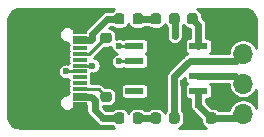
<source format=gbr>
G04 #@! TF.GenerationSoftware,KiCad,Pcbnew,5.1.9*
G04 #@! TF.CreationDate,2021-01-09T08:42:39+01:00*
G04 #@! TF.ProjectId,CH330,43483333-302e-46b6-9963-61645f706362,rev?*
G04 #@! TF.SameCoordinates,Original*
G04 #@! TF.FileFunction,Copper,L1,Top*
G04 #@! TF.FilePolarity,Positive*
%FSLAX46Y46*%
G04 Gerber Fmt 4.6, Leading zero omitted, Abs format (unit mm)*
G04 Created by KiCad (PCBNEW 5.1.9) date 2021-01-09 08:42:39*
%MOMM*%
%LPD*%
G01*
G04 APERTURE LIST*
G04 #@! TA.AperFunction,ComponentPad*
%ADD10O,2.100000X1.000000*%
G04 #@! TD*
G04 #@! TA.AperFunction,ComponentPad*
%ADD11O,1.600000X1.000000*%
G04 #@! TD*
G04 #@! TA.AperFunction,SMDPad,CuDef*
%ADD12R,1.150000X0.300000*%
G04 #@! TD*
G04 #@! TA.AperFunction,ComponentPad*
%ADD13O,1.700000X1.700000*%
G04 #@! TD*
G04 #@! TA.AperFunction,ComponentPad*
%ADD14R,1.700000X1.700000*%
G04 #@! TD*
G04 #@! TA.AperFunction,SMDPad,CuDef*
%ADD15R,1.550000X0.600000*%
G04 #@! TD*
G04 #@! TA.AperFunction,ViaPad*
%ADD16C,0.600000*%
G04 #@! TD*
G04 #@! TA.AperFunction,Conductor*
%ADD17C,0.600000*%
G04 #@! TD*
G04 #@! TA.AperFunction,Conductor*
%ADD18C,0.250000*%
G04 #@! TD*
G04 #@! TA.AperFunction,Conductor*
%ADD19C,0.254000*%
G04 #@! TD*
G04 #@! TA.AperFunction,Conductor*
%ADD20C,0.100000*%
G04 #@! TD*
G04 APERTURE END LIST*
D10*
X183005000Y-75680000D03*
X183005000Y-84320000D03*
D11*
X178825000Y-75680000D03*
X178825000Y-84320000D03*
D12*
X183570000Y-83050000D03*
X183570000Y-82250000D03*
X183570000Y-81750000D03*
X183570000Y-81250000D03*
X183570000Y-80750000D03*
X183570000Y-80250000D03*
X183570000Y-79750000D03*
X183570000Y-79250000D03*
X183570000Y-78750000D03*
X183570000Y-78250000D03*
X183570000Y-77450000D03*
X183570000Y-76650000D03*
X183570000Y-76950000D03*
X183570000Y-77750000D03*
X183570000Y-82550000D03*
X183570000Y-83350000D03*
D13*
X197400000Y-83820000D03*
X197400000Y-81280000D03*
X197400000Y-78740000D03*
D14*
X197400000Y-76200000D03*
G04 #@! TA.AperFunction,SMDPad,CuDef*
G36*
G01*
X194250000Y-76056250D02*
X194250000Y-75543750D01*
G75*
G02*
X194468750Y-75325000I218750J0D01*
G01*
X194906250Y-75325000D01*
G75*
G02*
X195125000Y-75543750I0J-218750D01*
G01*
X195125000Y-76056250D01*
G75*
G02*
X194906250Y-76275000I-218750J0D01*
G01*
X194468750Y-76275000D01*
G75*
G02*
X194250000Y-76056250I0J218750D01*
G01*
G37*
G04 #@! TD.AperFunction*
G04 #@! TA.AperFunction,SMDPad,CuDef*
G36*
G01*
X192675000Y-76056250D02*
X192675000Y-75543750D01*
G75*
G02*
X192893750Y-75325000I218750J0D01*
G01*
X193331250Y-75325000D01*
G75*
G02*
X193550000Y-75543750I0J-218750D01*
G01*
X193550000Y-76056250D01*
G75*
G02*
X193331250Y-76275000I-218750J0D01*
G01*
X192893750Y-76275000D01*
G75*
G02*
X192675000Y-76056250I0J218750D01*
G01*
G37*
G04 #@! TD.AperFunction*
G04 #@! TA.AperFunction,SMDPad,CuDef*
G36*
G01*
X195125000Y-83943750D02*
X195125000Y-84456250D01*
G75*
G02*
X194906250Y-84675000I-218750J0D01*
G01*
X194468750Y-84675000D01*
G75*
G02*
X194250000Y-84456250I0J218750D01*
G01*
X194250000Y-83943750D01*
G75*
G02*
X194468750Y-83725000I218750J0D01*
G01*
X194906250Y-83725000D01*
G75*
G02*
X195125000Y-83943750I0J-218750D01*
G01*
G37*
G04 #@! TD.AperFunction*
G04 #@! TA.AperFunction,SMDPad,CuDef*
G36*
G01*
X193550000Y-83943750D02*
X193550000Y-84456250D01*
G75*
G02*
X193331250Y-84675000I-218750J0D01*
G01*
X192893750Y-84675000D01*
G75*
G02*
X192675000Y-84456250I0J218750D01*
G01*
X192675000Y-83943750D01*
G75*
G02*
X192893750Y-83725000I218750J0D01*
G01*
X193331250Y-83725000D01*
G75*
G02*
X193550000Y-83943750I0J-218750D01*
G01*
G37*
G04 #@! TD.AperFunction*
G04 #@! TA.AperFunction,SMDPad,CuDef*
G36*
G01*
X187350000Y-75543750D02*
X187350000Y-76056250D01*
G75*
G02*
X187131250Y-76275000I-218750J0D01*
G01*
X186693750Y-76275000D01*
G75*
G02*
X186475000Y-76056250I0J218750D01*
G01*
X186475000Y-75543750D01*
G75*
G02*
X186693750Y-75325000I218750J0D01*
G01*
X187131250Y-75325000D01*
G75*
G02*
X187350000Y-75543750I0J-218750D01*
G01*
G37*
G04 #@! TD.AperFunction*
G04 #@! TA.AperFunction,SMDPad,CuDef*
G36*
G01*
X188925000Y-75543750D02*
X188925000Y-76056250D01*
G75*
G02*
X188706250Y-76275000I-218750J0D01*
G01*
X188268750Y-76275000D01*
G75*
G02*
X188050000Y-76056250I0J218750D01*
G01*
X188050000Y-75543750D01*
G75*
G02*
X188268750Y-75325000I218750J0D01*
G01*
X188706250Y-75325000D01*
G75*
G02*
X188925000Y-75543750I0J-218750D01*
G01*
G37*
G04 #@! TD.AperFunction*
G04 #@! TA.AperFunction,SMDPad,CuDef*
G36*
G01*
X188925000Y-83943750D02*
X188925000Y-84456250D01*
G75*
G02*
X188706250Y-84675000I-218750J0D01*
G01*
X188268750Y-84675000D01*
G75*
G02*
X188050000Y-84456250I0J218750D01*
G01*
X188050000Y-83943750D01*
G75*
G02*
X188268750Y-83725000I218750J0D01*
G01*
X188706250Y-83725000D01*
G75*
G02*
X188925000Y-83943750I0J-218750D01*
G01*
G37*
G04 #@! TD.AperFunction*
G04 #@! TA.AperFunction,SMDPad,CuDef*
G36*
G01*
X187350000Y-83943750D02*
X187350000Y-84456250D01*
G75*
G02*
X187131250Y-84675000I-218750J0D01*
G01*
X186693750Y-84675000D01*
G75*
G02*
X186475000Y-84456250I0J218750D01*
G01*
X186475000Y-83943750D01*
G75*
G02*
X186693750Y-83725000I218750J0D01*
G01*
X187131250Y-83725000D01*
G75*
G02*
X187350000Y-83943750I0J-218750D01*
G01*
G37*
G04 #@! TD.AperFunction*
D15*
X188200000Y-78095000D03*
X188200000Y-79365000D03*
X188200000Y-80635000D03*
X188200000Y-81905000D03*
X193600000Y-81905000D03*
X193600000Y-80635000D03*
X193600000Y-79365000D03*
X193600000Y-78095000D03*
G04 #@! TA.AperFunction,SMDPad,CuDef*
G36*
G01*
X191150000Y-76056250D02*
X191150000Y-75543750D01*
G75*
G02*
X191368750Y-75325000I218750J0D01*
G01*
X191806250Y-75325000D01*
G75*
G02*
X192025000Y-75543750I0J-218750D01*
G01*
X192025000Y-76056250D01*
G75*
G02*
X191806250Y-76275000I-218750J0D01*
G01*
X191368750Y-76275000D01*
G75*
G02*
X191150000Y-76056250I0J218750D01*
G01*
G37*
G04 #@! TD.AperFunction*
G04 #@! TA.AperFunction,SMDPad,CuDef*
G36*
G01*
X189575000Y-76056250D02*
X189575000Y-75543750D01*
G75*
G02*
X189793750Y-75325000I218750J0D01*
G01*
X190231250Y-75325000D01*
G75*
G02*
X190450000Y-75543750I0J-218750D01*
G01*
X190450000Y-76056250D01*
G75*
G02*
X190231250Y-76275000I-218750J0D01*
G01*
X189793750Y-76275000D01*
G75*
G02*
X189575000Y-76056250I0J218750D01*
G01*
G37*
G04 #@! TD.AperFunction*
G04 #@! TA.AperFunction,SMDPad,CuDef*
G36*
G01*
X189575000Y-84456250D02*
X189575000Y-83943750D01*
G75*
G02*
X189793750Y-83725000I218750J0D01*
G01*
X190231250Y-83725000D01*
G75*
G02*
X190450000Y-83943750I0J-218750D01*
G01*
X190450000Y-84456250D01*
G75*
G02*
X190231250Y-84675000I-218750J0D01*
G01*
X189793750Y-84675000D01*
G75*
G02*
X189575000Y-84456250I0J218750D01*
G01*
G37*
G04 #@! TD.AperFunction*
G04 #@! TA.AperFunction,SMDPad,CuDef*
G36*
G01*
X191150000Y-84456250D02*
X191150000Y-83943750D01*
G75*
G02*
X191368750Y-83725000I218750J0D01*
G01*
X191806250Y-83725000D01*
G75*
G02*
X192025000Y-83943750I0J-218750D01*
G01*
X192025000Y-84456250D01*
G75*
G02*
X191806250Y-84675000I-218750J0D01*
G01*
X191368750Y-84675000D01*
G75*
G02*
X191150000Y-84456250I0J218750D01*
G01*
G37*
G04 #@! TD.AperFunction*
G04 #@! TA.AperFunction,SMDPad,CuDef*
G36*
G01*
X185543750Y-76975000D02*
X186056250Y-76975000D01*
G75*
G02*
X186275000Y-77193750I0J-218750D01*
G01*
X186275000Y-77631250D01*
G75*
G02*
X186056250Y-77850000I-218750J0D01*
G01*
X185543750Y-77850000D01*
G75*
G02*
X185325000Y-77631250I0J218750D01*
G01*
X185325000Y-77193750D01*
G75*
G02*
X185543750Y-76975000I218750J0D01*
G01*
G37*
G04 #@! TD.AperFunction*
G04 #@! TA.AperFunction,SMDPad,CuDef*
G36*
G01*
X185543750Y-78550000D02*
X186056250Y-78550000D01*
G75*
G02*
X186275000Y-78768750I0J-218750D01*
G01*
X186275000Y-79206250D01*
G75*
G02*
X186056250Y-79425000I-218750J0D01*
G01*
X185543750Y-79425000D01*
G75*
G02*
X185325000Y-79206250I0J218750D01*
G01*
X185325000Y-78768750D01*
G75*
G02*
X185543750Y-78550000I218750J0D01*
G01*
G37*
G04 #@! TD.AperFunction*
G04 #@! TA.AperFunction,SMDPad,CuDef*
G36*
G01*
X186056250Y-81250000D02*
X185543750Y-81250000D01*
G75*
G02*
X185325000Y-81031250I0J218750D01*
G01*
X185325000Y-80593750D01*
G75*
G02*
X185543750Y-80375000I218750J0D01*
G01*
X186056250Y-80375000D01*
G75*
G02*
X186275000Y-80593750I0J-218750D01*
G01*
X186275000Y-81031250D01*
G75*
G02*
X186056250Y-81250000I-218750J0D01*
G01*
G37*
G04 #@! TD.AperFunction*
G04 #@! TA.AperFunction,SMDPad,CuDef*
G36*
G01*
X186056250Y-82825000D02*
X185543750Y-82825000D01*
G75*
G02*
X185325000Y-82606250I0J218750D01*
G01*
X185325000Y-82168750D01*
G75*
G02*
X185543750Y-81950000I218750J0D01*
G01*
X186056250Y-81950000D01*
G75*
G02*
X186275000Y-82168750I0J-218750D01*
G01*
X186275000Y-82606250D01*
G75*
G02*
X186056250Y-82825000I-218750J0D01*
G01*
G37*
G04 #@! TD.AperFunction*
D16*
X185500000Y-84200000D03*
X193600000Y-83112500D03*
X192500000Y-82800000D03*
X192300000Y-81200000D03*
X190600000Y-82200000D03*
X190600000Y-80600000D03*
X190600000Y-79000000D03*
X190600000Y-77200000D03*
X195600000Y-77300000D03*
X184800000Y-81100000D03*
X187200000Y-77000000D03*
X195000000Y-83000000D03*
X196000000Y-82000000D03*
X194965000Y-80635000D03*
X191600000Y-77270000D03*
X182400000Y-80250000D03*
X186900000Y-79400000D03*
X184650000Y-79750000D03*
X186900000Y-78100000D03*
D17*
X197020000Y-84200000D02*
X197400000Y-83820000D01*
X194687500Y-84200000D02*
X197020000Y-84200000D01*
X193600000Y-83112500D02*
X194687500Y-84200000D01*
X193600000Y-81905000D02*
X193600000Y-83112500D01*
X186912500Y-84200000D02*
X185500000Y-84200000D01*
X184824990Y-82679988D02*
X184545002Y-82400000D01*
X184824990Y-83524990D02*
X184824990Y-82679988D01*
X185500000Y-84200000D02*
X184824990Y-83524990D01*
X184545002Y-82400000D02*
X184200000Y-82400000D01*
D18*
X184050000Y-82250000D02*
X184200000Y-82400000D01*
X183570000Y-82250000D02*
X184050000Y-82250000D01*
X184050000Y-82550000D02*
X184200000Y-82400000D01*
X183570000Y-82550000D02*
X184050000Y-82550000D01*
D17*
X184645001Y-77500001D02*
X184545002Y-77600000D01*
X184645001Y-77076017D02*
X184645001Y-77500001D01*
X185921018Y-75800000D02*
X184645001Y-77076017D01*
X186912500Y-75800000D02*
X185921018Y-75800000D01*
X184545002Y-77600000D02*
X184100000Y-77600000D01*
X188487500Y-84200000D02*
X190012500Y-84200000D01*
X188487500Y-75800000D02*
X190012500Y-75800000D01*
X193600000Y-76287500D02*
X193112500Y-75800000D01*
X193600000Y-78095000D02*
X193600000Y-76287500D01*
X196755000Y-80635000D02*
X197400000Y-81280000D01*
X193600000Y-80635000D02*
X194965000Y-80635000D01*
X194965000Y-80635000D02*
X196755000Y-80635000D01*
X191600000Y-75812500D02*
X191587500Y-75800000D01*
X191600000Y-77270000D02*
X191600000Y-75812500D01*
X196775000Y-79365000D02*
X197400000Y-78740000D01*
X193600000Y-79365000D02*
X196775000Y-79365000D01*
X192894998Y-79365000D02*
X193600000Y-79365000D01*
X191587500Y-80672498D02*
X192894998Y-79365000D01*
X191587500Y-84200000D02*
X191587500Y-80672498D01*
D18*
X185162500Y-81750000D02*
X185800000Y-82387500D01*
X183570000Y-81750000D02*
X185162500Y-81750000D01*
X183570000Y-80250000D02*
X182400000Y-80250000D01*
X188165000Y-79400000D02*
X188200000Y-79365000D01*
X186900000Y-79400000D02*
X188165000Y-79400000D01*
X183570000Y-79750000D02*
X184650000Y-79750000D01*
X188195000Y-78100000D02*
X188200000Y-78095000D01*
X186900000Y-78100000D02*
X188195000Y-78100000D01*
X185732500Y-77412500D02*
X185800000Y-77412500D01*
X184395000Y-78750000D02*
X185732500Y-77412500D01*
X183570000Y-78750000D02*
X184395000Y-78750000D01*
D19*
X192442157Y-80935000D02*
X192449513Y-81009689D01*
X192471299Y-81081508D01*
X192506678Y-81147696D01*
X192554289Y-81205711D01*
X192612304Y-81253322D01*
X192643506Y-81270000D01*
X192612304Y-81286678D01*
X192554289Y-81334289D01*
X192506678Y-81392304D01*
X192471299Y-81458492D01*
X192449513Y-81530311D01*
X192442157Y-81605000D01*
X192442157Y-82205000D01*
X192449513Y-82279689D01*
X192471299Y-82351508D01*
X192506678Y-82417696D01*
X192554289Y-82475711D01*
X192612304Y-82523322D01*
X192678492Y-82558701D01*
X192750311Y-82580487D01*
X192825000Y-82587843D01*
X192919001Y-82587843D01*
X192919001Y-83045422D01*
X192919000Y-83045427D01*
X192919000Y-83079047D01*
X192915705Y-83112500D01*
X192919000Y-83145953D01*
X192919000Y-83179573D01*
X192925559Y-83212548D01*
X192928854Y-83245998D01*
X192938611Y-83278163D01*
X192945171Y-83311140D01*
X192958039Y-83342205D01*
X192967795Y-83374368D01*
X192983639Y-83404009D01*
X192996506Y-83435074D01*
X193015188Y-83463033D01*
X193031031Y-83492674D01*
X193052353Y-83518655D01*
X193071033Y-83546612D01*
X193094805Y-83570384D01*
X193116131Y-83596370D01*
X193142116Y-83617695D01*
X193165888Y-83641467D01*
X193165891Y-83641469D01*
X193867157Y-84342736D01*
X193867157Y-84456250D01*
X193878716Y-84573615D01*
X193912951Y-84686470D01*
X193968544Y-84790477D01*
X194043360Y-84881640D01*
X194134523Y-84956456D01*
X194238530Y-85012049D01*
X194261444Y-85019000D01*
X192013556Y-85019000D01*
X192036470Y-85012049D01*
X192140477Y-84956456D01*
X192231640Y-84881640D01*
X192306456Y-84790477D01*
X192362049Y-84686470D01*
X192396284Y-84573615D01*
X192407843Y-84456250D01*
X192407843Y-83943750D01*
X192396284Y-83826385D01*
X192362049Y-83713530D01*
X192306456Y-83609523D01*
X192268500Y-83563274D01*
X192268500Y-80954576D01*
X192442157Y-80780920D01*
X192442157Y-80935000D01*
G04 #@! TA.AperFunction,Conductor*
D20*
G36*
X192442157Y-80935000D02*
G01*
X192449513Y-81009689D01*
X192471299Y-81081508D01*
X192506678Y-81147696D01*
X192554289Y-81205711D01*
X192612304Y-81253322D01*
X192643506Y-81270000D01*
X192612304Y-81286678D01*
X192554289Y-81334289D01*
X192506678Y-81392304D01*
X192471299Y-81458492D01*
X192449513Y-81530311D01*
X192442157Y-81605000D01*
X192442157Y-82205000D01*
X192449513Y-82279689D01*
X192471299Y-82351508D01*
X192506678Y-82417696D01*
X192554289Y-82475711D01*
X192612304Y-82523322D01*
X192678492Y-82558701D01*
X192750311Y-82580487D01*
X192825000Y-82587843D01*
X192919001Y-82587843D01*
X192919001Y-83045422D01*
X192919000Y-83045427D01*
X192919000Y-83079047D01*
X192915705Y-83112500D01*
X192919000Y-83145953D01*
X192919000Y-83179573D01*
X192925559Y-83212548D01*
X192928854Y-83245998D01*
X192938611Y-83278163D01*
X192945171Y-83311140D01*
X192958039Y-83342205D01*
X192967795Y-83374368D01*
X192983639Y-83404009D01*
X192996506Y-83435074D01*
X193015188Y-83463033D01*
X193031031Y-83492674D01*
X193052353Y-83518655D01*
X193071033Y-83546612D01*
X193094805Y-83570384D01*
X193116131Y-83596370D01*
X193142116Y-83617695D01*
X193165888Y-83641467D01*
X193165891Y-83641469D01*
X193867157Y-84342736D01*
X193867157Y-84456250D01*
X193878716Y-84573615D01*
X193912951Y-84686470D01*
X193968544Y-84790477D01*
X194043360Y-84881640D01*
X194134523Y-84956456D01*
X194238530Y-85012049D01*
X194261444Y-85019000D01*
X192013556Y-85019000D01*
X192036470Y-85012049D01*
X192140477Y-84956456D01*
X192231640Y-84881640D01*
X192306456Y-84790477D01*
X192362049Y-84686470D01*
X192396284Y-84573615D01*
X192407843Y-84456250D01*
X192407843Y-83943750D01*
X192396284Y-83826385D01*
X192362049Y-83713530D01*
X192306456Y-83609523D01*
X192268500Y-83563274D01*
X192268500Y-80954576D01*
X192442157Y-80780920D01*
X192442157Y-80935000D01*
G37*
G04 #@! TD.AperFunction*
D19*
X186463530Y-74987951D02*
X186359523Y-75043544D01*
X186268360Y-75118360D01*
X186267835Y-75119000D01*
X185954471Y-75119000D01*
X185921018Y-75115705D01*
X185787519Y-75128854D01*
X185659149Y-75167794D01*
X185569088Y-75215933D01*
X185540844Y-75231030D01*
X185437148Y-75316130D01*
X185415818Y-75342121D01*
X184187123Y-76570817D01*
X184161131Y-76592148D01*
X184076031Y-76695844D01*
X184012795Y-76814150D01*
X183981548Y-76917157D01*
X183186473Y-76917157D01*
X183183869Y-76904067D01*
X183130649Y-76775584D01*
X183053386Y-76659951D01*
X182955049Y-76561614D01*
X182839416Y-76484351D01*
X182710933Y-76431131D01*
X182574535Y-76404000D01*
X182435465Y-76404000D01*
X182299067Y-76431131D01*
X182170584Y-76484351D01*
X182054951Y-76561614D01*
X181956614Y-76659951D01*
X181879351Y-76775584D01*
X181826131Y-76904067D01*
X181799000Y-77040465D01*
X181799000Y-77179535D01*
X181826131Y-77315933D01*
X181879351Y-77444416D01*
X181956614Y-77560049D01*
X182054951Y-77658386D01*
X182170584Y-77735649D01*
X182299067Y-77788869D01*
X182435465Y-77816000D01*
X182574535Y-77816000D01*
X182612157Y-77808517D01*
X182612157Y-77900000D01*
X182619513Y-77974689D01*
X182627191Y-78000000D01*
X182619513Y-78025311D01*
X182612157Y-78100000D01*
X182612157Y-78400000D01*
X182619513Y-78474689D01*
X182627191Y-78500000D01*
X182619513Y-78525311D01*
X182612157Y-78600000D01*
X182612157Y-78900000D01*
X182619513Y-78974689D01*
X182627191Y-79000000D01*
X182619513Y-79025311D01*
X182612157Y-79100000D01*
X182612157Y-79400000D01*
X182619513Y-79474689D01*
X182627191Y-79500000D01*
X182619513Y-79525311D01*
X182612157Y-79600000D01*
X182612157Y-79600770D01*
X182598640Y-79595171D01*
X182467073Y-79569000D01*
X182332927Y-79569000D01*
X182201360Y-79595171D01*
X182077426Y-79646506D01*
X181965888Y-79721033D01*
X181871033Y-79815888D01*
X181796506Y-79927426D01*
X181745171Y-80051360D01*
X181719000Y-80182927D01*
X181719000Y-80317073D01*
X181745171Y-80448640D01*
X181796506Y-80572574D01*
X181871033Y-80684112D01*
X181965888Y-80778967D01*
X182077426Y-80853494D01*
X182201360Y-80904829D01*
X182332927Y-80931000D01*
X182467073Y-80931000D01*
X182598640Y-80904829D01*
X182612157Y-80899230D01*
X182612157Y-80900000D01*
X182619513Y-80974689D01*
X182627191Y-81000000D01*
X182619513Y-81025311D01*
X182612157Y-81100000D01*
X182612157Y-81400000D01*
X182619513Y-81474689D01*
X182627191Y-81500000D01*
X182619513Y-81525311D01*
X182612157Y-81600000D01*
X182612157Y-81900000D01*
X182619513Y-81974689D01*
X182627191Y-82000000D01*
X182619513Y-82025311D01*
X182612157Y-82100000D01*
X182612157Y-82191483D01*
X182574535Y-82184000D01*
X182435465Y-82184000D01*
X182299067Y-82211131D01*
X182170584Y-82264351D01*
X182054951Y-82341614D01*
X181956614Y-82439951D01*
X181879351Y-82555584D01*
X181826131Y-82684067D01*
X181799000Y-82820465D01*
X181799000Y-82959535D01*
X181826131Y-83095933D01*
X181879351Y-83224416D01*
X181956614Y-83340049D01*
X182054951Y-83438386D01*
X182170584Y-83515649D01*
X182299067Y-83568869D01*
X182435465Y-83596000D01*
X182574535Y-83596000D01*
X182710933Y-83568869D01*
X182839416Y-83515649D01*
X182955049Y-83438386D01*
X183053386Y-83340049D01*
X183130649Y-83224416D01*
X183183869Y-83095933D01*
X183186473Y-83082843D01*
X184143990Y-83082843D01*
X184143990Y-83491537D01*
X184140695Y-83524990D01*
X184143990Y-83558442D01*
X184153844Y-83658488D01*
X184192784Y-83786857D01*
X184256020Y-83905163D01*
X184341120Y-84008859D01*
X184367112Y-84030190D01*
X184994804Y-84657884D01*
X185016130Y-84683870D01*
X185042121Y-84705200D01*
X185065888Y-84728967D01*
X185093838Y-84747643D01*
X185119826Y-84768970D01*
X185149475Y-84784817D01*
X185177426Y-84803494D01*
X185208483Y-84816358D01*
X185238132Y-84832206D01*
X185270304Y-84841965D01*
X185301360Y-84854829D01*
X185334332Y-84861388D01*
X185366501Y-84871146D01*
X185399953Y-84874441D01*
X185432927Y-84881000D01*
X185466548Y-84881000D01*
X185499999Y-84884295D01*
X185533450Y-84881000D01*
X186267835Y-84881000D01*
X186268360Y-84881640D01*
X186359523Y-84956456D01*
X186463530Y-85012049D01*
X186486444Y-85019000D01*
X178523520Y-85019000D01*
X178302523Y-84997331D01*
X178112568Y-84939979D01*
X177937369Y-84846824D01*
X177783605Y-84721418D01*
X177657124Y-84568528D01*
X177562747Y-84393983D01*
X177504072Y-84204433D01*
X177481000Y-83984914D01*
X177481000Y-76023520D01*
X177502668Y-75802527D01*
X177560021Y-75612567D01*
X177653176Y-75437369D01*
X177778582Y-75283605D01*
X177931472Y-75157124D01*
X178106017Y-75062747D01*
X178295565Y-75004072D01*
X178515087Y-74981000D01*
X186486444Y-74981000D01*
X186463530Y-74987951D01*
G04 #@! TA.AperFunction,Conductor*
D20*
G36*
X186463530Y-74987951D02*
G01*
X186359523Y-75043544D01*
X186268360Y-75118360D01*
X186267835Y-75119000D01*
X185954471Y-75119000D01*
X185921018Y-75115705D01*
X185787519Y-75128854D01*
X185659149Y-75167794D01*
X185569088Y-75215933D01*
X185540844Y-75231030D01*
X185437148Y-75316130D01*
X185415818Y-75342121D01*
X184187123Y-76570817D01*
X184161131Y-76592148D01*
X184076031Y-76695844D01*
X184012795Y-76814150D01*
X183981548Y-76917157D01*
X183186473Y-76917157D01*
X183183869Y-76904067D01*
X183130649Y-76775584D01*
X183053386Y-76659951D01*
X182955049Y-76561614D01*
X182839416Y-76484351D01*
X182710933Y-76431131D01*
X182574535Y-76404000D01*
X182435465Y-76404000D01*
X182299067Y-76431131D01*
X182170584Y-76484351D01*
X182054951Y-76561614D01*
X181956614Y-76659951D01*
X181879351Y-76775584D01*
X181826131Y-76904067D01*
X181799000Y-77040465D01*
X181799000Y-77179535D01*
X181826131Y-77315933D01*
X181879351Y-77444416D01*
X181956614Y-77560049D01*
X182054951Y-77658386D01*
X182170584Y-77735649D01*
X182299067Y-77788869D01*
X182435465Y-77816000D01*
X182574535Y-77816000D01*
X182612157Y-77808517D01*
X182612157Y-77900000D01*
X182619513Y-77974689D01*
X182627191Y-78000000D01*
X182619513Y-78025311D01*
X182612157Y-78100000D01*
X182612157Y-78400000D01*
X182619513Y-78474689D01*
X182627191Y-78500000D01*
X182619513Y-78525311D01*
X182612157Y-78600000D01*
X182612157Y-78900000D01*
X182619513Y-78974689D01*
X182627191Y-79000000D01*
X182619513Y-79025311D01*
X182612157Y-79100000D01*
X182612157Y-79400000D01*
X182619513Y-79474689D01*
X182627191Y-79500000D01*
X182619513Y-79525311D01*
X182612157Y-79600000D01*
X182612157Y-79600770D01*
X182598640Y-79595171D01*
X182467073Y-79569000D01*
X182332927Y-79569000D01*
X182201360Y-79595171D01*
X182077426Y-79646506D01*
X181965888Y-79721033D01*
X181871033Y-79815888D01*
X181796506Y-79927426D01*
X181745171Y-80051360D01*
X181719000Y-80182927D01*
X181719000Y-80317073D01*
X181745171Y-80448640D01*
X181796506Y-80572574D01*
X181871033Y-80684112D01*
X181965888Y-80778967D01*
X182077426Y-80853494D01*
X182201360Y-80904829D01*
X182332927Y-80931000D01*
X182467073Y-80931000D01*
X182598640Y-80904829D01*
X182612157Y-80899230D01*
X182612157Y-80900000D01*
X182619513Y-80974689D01*
X182627191Y-81000000D01*
X182619513Y-81025311D01*
X182612157Y-81100000D01*
X182612157Y-81400000D01*
X182619513Y-81474689D01*
X182627191Y-81500000D01*
X182619513Y-81525311D01*
X182612157Y-81600000D01*
X182612157Y-81900000D01*
X182619513Y-81974689D01*
X182627191Y-82000000D01*
X182619513Y-82025311D01*
X182612157Y-82100000D01*
X182612157Y-82191483D01*
X182574535Y-82184000D01*
X182435465Y-82184000D01*
X182299067Y-82211131D01*
X182170584Y-82264351D01*
X182054951Y-82341614D01*
X181956614Y-82439951D01*
X181879351Y-82555584D01*
X181826131Y-82684067D01*
X181799000Y-82820465D01*
X181799000Y-82959535D01*
X181826131Y-83095933D01*
X181879351Y-83224416D01*
X181956614Y-83340049D01*
X182054951Y-83438386D01*
X182170584Y-83515649D01*
X182299067Y-83568869D01*
X182435465Y-83596000D01*
X182574535Y-83596000D01*
X182710933Y-83568869D01*
X182839416Y-83515649D01*
X182955049Y-83438386D01*
X183053386Y-83340049D01*
X183130649Y-83224416D01*
X183183869Y-83095933D01*
X183186473Y-83082843D01*
X184143990Y-83082843D01*
X184143990Y-83491537D01*
X184140695Y-83524990D01*
X184143990Y-83558442D01*
X184153844Y-83658488D01*
X184192784Y-83786857D01*
X184256020Y-83905163D01*
X184341120Y-84008859D01*
X184367112Y-84030190D01*
X184994804Y-84657884D01*
X185016130Y-84683870D01*
X185042121Y-84705200D01*
X185065888Y-84728967D01*
X185093838Y-84747643D01*
X185119826Y-84768970D01*
X185149475Y-84784817D01*
X185177426Y-84803494D01*
X185208483Y-84816358D01*
X185238132Y-84832206D01*
X185270304Y-84841965D01*
X185301360Y-84854829D01*
X185334332Y-84861388D01*
X185366501Y-84871146D01*
X185399953Y-84874441D01*
X185432927Y-84881000D01*
X185466548Y-84881000D01*
X185499999Y-84884295D01*
X185533450Y-84881000D01*
X186267835Y-84881000D01*
X186268360Y-84881640D01*
X186359523Y-84956456D01*
X186463530Y-85012049D01*
X186486444Y-85019000D01*
X178523520Y-85019000D01*
X178302523Y-84997331D01*
X178112568Y-84939979D01*
X177937369Y-84846824D01*
X177783605Y-84721418D01*
X177657124Y-84568528D01*
X177562747Y-84393983D01*
X177504072Y-84204433D01*
X177481000Y-83984914D01*
X177481000Y-76023520D01*
X177502668Y-75802527D01*
X177560021Y-75612567D01*
X177653176Y-75437369D01*
X177778582Y-75283605D01*
X177931472Y-75157124D01*
X178106017Y-75062747D01*
X178295565Y-75004072D01*
X178515087Y-74981000D01*
X186486444Y-74981000D01*
X186463530Y-74987951D01*
G37*
G04 #@! TD.AperFunction*
D19*
X190812951Y-76286470D02*
X190868544Y-76390477D01*
X190919001Y-76451958D01*
X190919000Y-77202927D01*
X190919000Y-77337073D01*
X190925559Y-77370048D01*
X190928854Y-77403498D01*
X190938612Y-77435665D01*
X190945171Y-77468640D01*
X190958036Y-77499699D01*
X190967794Y-77531867D01*
X190983640Y-77561513D01*
X190996506Y-77592574D01*
X191015185Y-77620529D01*
X191031030Y-77650173D01*
X191052354Y-77676156D01*
X191071033Y-77704112D01*
X191094805Y-77727884D01*
X191116130Y-77753869D01*
X191142117Y-77775196D01*
X191165888Y-77798967D01*
X191193840Y-77817644D01*
X191219826Y-77838970D01*
X191249475Y-77854817D01*
X191277426Y-77873494D01*
X191308483Y-77886358D01*
X191338132Y-77902206D01*
X191370304Y-77911965D01*
X191401360Y-77924829D01*
X191434332Y-77931388D01*
X191466501Y-77941146D01*
X191499953Y-77944441D01*
X191532927Y-77951000D01*
X191566547Y-77951000D01*
X191600000Y-77954295D01*
X191633453Y-77951000D01*
X191667073Y-77951000D01*
X191700048Y-77944441D01*
X191733498Y-77941146D01*
X191765665Y-77931388D01*
X191798640Y-77924829D01*
X191829699Y-77911964D01*
X191861867Y-77902206D01*
X191891513Y-77886360D01*
X191922574Y-77873494D01*
X191950529Y-77854815D01*
X191980173Y-77838970D01*
X192006156Y-77817646D01*
X192034112Y-77798967D01*
X192057884Y-77775195D01*
X192083869Y-77753870D01*
X192105196Y-77727883D01*
X192128967Y-77704112D01*
X192147644Y-77676160D01*
X192168970Y-77650174D01*
X192184817Y-77620525D01*
X192203494Y-77592574D01*
X192216358Y-77561517D01*
X192232206Y-77531868D01*
X192241965Y-77499696D01*
X192254829Y-77468640D01*
X192261388Y-77435668D01*
X192271146Y-77403499D01*
X192274441Y-77370047D01*
X192281000Y-77337073D01*
X192281000Y-76421495D01*
X192306456Y-76390477D01*
X192350000Y-76309012D01*
X192393544Y-76390477D01*
X192468360Y-76481640D01*
X192559523Y-76556456D01*
X192663530Y-76612049D01*
X192776385Y-76646284D01*
X192893750Y-76657843D01*
X192919001Y-76657843D01*
X192919000Y-77412157D01*
X192825000Y-77412157D01*
X192750311Y-77419513D01*
X192678492Y-77441299D01*
X192612304Y-77476678D01*
X192554289Y-77524289D01*
X192506678Y-77582304D01*
X192471299Y-77648492D01*
X192449513Y-77720311D01*
X192442157Y-77795000D01*
X192442157Y-78395000D01*
X192449513Y-78469689D01*
X192471299Y-78541508D01*
X192506678Y-78607696D01*
X192554289Y-78665711D01*
X192612304Y-78713322D01*
X192643084Y-78729775D01*
X192633130Y-78732794D01*
X192514824Y-78796030D01*
X192411128Y-78881130D01*
X192389802Y-78907116D01*
X191129622Y-80167298D01*
X191103631Y-80188628D01*
X191018531Y-80292324D01*
X191001696Y-80323820D01*
X190955295Y-80410630D01*
X190916354Y-80539000D01*
X190903205Y-80672498D01*
X190906501Y-80705961D01*
X190906500Y-83563274D01*
X190868544Y-83609523D01*
X190812951Y-83713530D01*
X190800000Y-83756223D01*
X190787049Y-83713530D01*
X190731456Y-83609523D01*
X190656640Y-83518360D01*
X190565477Y-83443544D01*
X190461470Y-83387951D01*
X190348615Y-83353716D01*
X190231250Y-83342157D01*
X189793750Y-83342157D01*
X189676385Y-83353716D01*
X189563530Y-83387951D01*
X189459523Y-83443544D01*
X189368360Y-83518360D01*
X189367835Y-83519000D01*
X189132165Y-83519000D01*
X189131640Y-83518360D01*
X189040477Y-83443544D01*
X188936470Y-83387951D01*
X188823615Y-83353716D01*
X188706250Y-83342157D01*
X188268750Y-83342157D01*
X188151385Y-83353716D01*
X188038530Y-83387951D01*
X187934523Y-83443544D01*
X187843360Y-83518360D01*
X187768544Y-83609523D01*
X187712951Y-83713530D01*
X187700000Y-83756223D01*
X187687049Y-83713530D01*
X187631456Y-83609523D01*
X187556640Y-83518360D01*
X187465477Y-83443544D01*
X187361470Y-83387951D01*
X187248615Y-83353716D01*
X187131250Y-83342157D01*
X186693750Y-83342157D01*
X186576385Y-83353716D01*
X186463530Y-83387951D01*
X186359523Y-83443544D01*
X186268360Y-83518360D01*
X186267835Y-83519000D01*
X185782079Y-83519000D01*
X185505990Y-83242911D01*
X185505990Y-83204124D01*
X185543750Y-83207843D01*
X186056250Y-83207843D01*
X186173615Y-83196284D01*
X186286470Y-83162049D01*
X186390477Y-83106456D01*
X186481640Y-83031640D01*
X186556456Y-82940477D01*
X186612049Y-82836470D01*
X186646284Y-82723615D01*
X186657843Y-82606250D01*
X186657843Y-82168750D01*
X186646284Y-82051385D01*
X186612049Y-81938530D01*
X186556456Y-81834523D01*
X186481640Y-81743360D01*
X186390477Y-81668544D01*
X186286470Y-81612951D01*
X186260260Y-81605000D01*
X187042157Y-81605000D01*
X187042157Y-82205000D01*
X187049513Y-82279689D01*
X187071299Y-82351508D01*
X187106678Y-82417696D01*
X187154289Y-82475711D01*
X187212304Y-82523322D01*
X187278492Y-82558701D01*
X187350311Y-82580487D01*
X187425000Y-82587843D01*
X188975000Y-82587843D01*
X189049689Y-82580487D01*
X189121508Y-82558701D01*
X189187696Y-82523322D01*
X189245711Y-82475711D01*
X189293322Y-82417696D01*
X189328701Y-82351508D01*
X189350487Y-82279689D01*
X189357843Y-82205000D01*
X189357843Y-81605000D01*
X189350487Y-81530311D01*
X189328701Y-81458492D01*
X189293322Y-81392304D01*
X189245711Y-81334289D01*
X189187696Y-81286678D01*
X189121508Y-81251299D01*
X189049689Y-81229513D01*
X188975000Y-81222157D01*
X187425000Y-81222157D01*
X187350311Y-81229513D01*
X187278492Y-81251299D01*
X187212304Y-81286678D01*
X187154289Y-81334289D01*
X187106678Y-81392304D01*
X187071299Y-81458492D01*
X187049513Y-81530311D01*
X187042157Y-81605000D01*
X186260260Y-81605000D01*
X186173615Y-81578716D01*
X186056250Y-81567157D01*
X185695248Y-81567157D01*
X185537876Y-81409785D01*
X185522027Y-81390473D01*
X185444979Y-81327241D01*
X185357075Y-81280255D01*
X185261693Y-81251322D01*
X185187354Y-81244000D01*
X185187346Y-81244000D01*
X185162500Y-81241553D01*
X185137654Y-81244000D01*
X184527843Y-81244000D01*
X184527843Y-81100000D01*
X184520487Y-81025311D01*
X184512809Y-81000000D01*
X184520487Y-80974689D01*
X184527843Y-80900000D01*
X184527843Y-80600000D01*
X184520487Y-80525311D01*
X184512809Y-80500000D01*
X184520487Y-80474689D01*
X184525907Y-80419658D01*
X184582927Y-80431000D01*
X184717073Y-80431000D01*
X184848640Y-80404829D01*
X184972574Y-80353494D01*
X185084112Y-80278967D01*
X185178967Y-80184112D01*
X185253494Y-80072574D01*
X185304829Y-79948640D01*
X185331000Y-79817073D01*
X185331000Y-79682927D01*
X185304829Y-79551360D01*
X185253494Y-79427426D01*
X185178967Y-79315888D01*
X185084112Y-79221033D01*
X184972574Y-79146506D01*
X184848640Y-79095171D01*
X184779227Y-79081364D01*
X185627749Y-78232843D01*
X186056250Y-78232843D01*
X186173615Y-78221284D01*
X186226587Y-78205215D01*
X186245171Y-78298640D01*
X186296506Y-78422574D01*
X186371033Y-78534112D01*
X186465888Y-78628967D01*
X186577426Y-78703494D01*
X186689702Y-78750000D01*
X186577426Y-78796506D01*
X186465888Y-78871033D01*
X186371033Y-78965888D01*
X186296506Y-79077426D01*
X186245171Y-79201360D01*
X186219000Y-79332927D01*
X186219000Y-79467073D01*
X186245171Y-79598640D01*
X186296506Y-79722574D01*
X186371033Y-79834112D01*
X186465888Y-79928967D01*
X186577426Y-80003494D01*
X186701360Y-80054829D01*
X186832927Y-80081000D01*
X186967073Y-80081000D01*
X187098640Y-80054829D01*
X187222574Y-80003494D01*
X187234782Y-79995337D01*
X187278492Y-80018701D01*
X187350311Y-80040487D01*
X187425000Y-80047843D01*
X188975000Y-80047843D01*
X189049689Y-80040487D01*
X189121508Y-80018701D01*
X189187696Y-79983322D01*
X189245711Y-79935711D01*
X189293322Y-79877696D01*
X189328701Y-79811508D01*
X189350487Y-79739689D01*
X189357843Y-79665000D01*
X189357843Y-79065000D01*
X189350487Y-78990311D01*
X189328701Y-78918492D01*
X189293322Y-78852304D01*
X189245711Y-78794289D01*
X189187696Y-78746678D01*
X189156494Y-78730000D01*
X189187696Y-78713322D01*
X189245711Y-78665711D01*
X189293322Y-78607696D01*
X189328701Y-78541508D01*
X189350487Y-78469689D01*
X189357843Y-78395000D01*
X189357843Y-77795000D01*
X189350487Y-77720311D01*
X189328701Y-77648492D01*
X189293322Y-77582304D01*
X189245711Y-77524289D01*
X189187696Y-77476678D01*
X189121508Y-77441299D01*
X189049689Y-77419513D01*
X188975000Y-77412157D01*
X187425000Y-77412157D01*
X187350311Y-77419513D01*
X187278492Y-77441299D01*
X187212304Y-77476678D01*
X187199692Y-77487028D01*
X187098640Y-77445171D01*
X186967073Y-77419000D01*
X186832927Y-77419000D01*
X186701360Y-77445171D01*
X186657843Y-77463196D01*
X186657843Y-77193750D01*
X186646284Y-77076385D01*
X186612049Y-76963530D01*
X186556456Y-76859523D01*
X186481640Y-76768360D01*
X186390477Y-76693544D01*
X186286470Y-76637951D01*
X186173615Y-76603716D01*
X186088740Y-76595357D01*
X186203097Y-76481000D01*
X186267835Y-76481000D01*
X186268360Y-76481640D01*
X186359523Y-76556456D01*
X186463530Y-76612049D01*
X186576385Y-76646284D01*
X186693750Y-76657843D01*
X187131250Y-76657843D01*
X187248615Y-76646284D01*
X187361470Y-76612049D01*
X187465477Y-76556456D01*
X187556640Y-76481640D01*
X187631456Y-76390477D01*
X187687049Y-76286470D01*
X187700000Y-76243777D01*
X187712951Y-76286470D01*
X187768544Y-76390477D01*
X187843360Y-76481640D01*
X187934523Y-76556456D01*
X188038530Y-76612049D01*
X188151385Y-76646284D01*
X188268750Y-76657843D01*
X188706250Y-76657843D01*
X188823615Y-76646284D01*
X188936470Y-76612049D01*
X189040477Y-76556456D01*
X189131640Y-76481640D01*
X189132165Y-76481000D01*
X189367835Y-76481000D01*
X189368360Y-76481640D01*
X189459523Y-76556456D01*
X189563530Y-76612049D01*
X189676385Y-76646284D01*
X189793750Y-76657843D01*
X190231250Y-76657843D01*
X190348615Y-76646284D01*
X190461470Y-76612049D01*
X190565477Y-76556456D01*
X190656640Y-76481640D01*
X190731456Y-76390477D01*
X190787049Y-76286470D01*
X190800000Y-76243777D01*
X190812951Y-76286470D01*
G04 #@! TA.AperFunction,Conductor*
D20*
G36*
X190812951Y-76286470D02*
G01*
X190868544Y-76390477D01*
X190919001Y-76451958D01*
X190919000Y-77202927D01*
X190919000Y-77337073D01*
X190925559Y-77370048D01*
X190928854Y-77403498D01*
X190938612Y-77435665D01*
X190945171Y-77468640D01*
X190958036Y-77499699D01*
X190967794Y-77531867D01*
X190983640Y-77561513D01*
X190996506Y-77592574D01*
X191015185Y-77620529D01*
X191031030Y-77650173D01*
X191052354Y-77676156D01*
X191071033Y-77704112D01*
X191094805Y-77727884D01*
X191116130Y-77753869D01*
X191142117Y-77775196D01*
X191165888Y-77798967D01*
X191193840Y-77817644D01*
X191219826Y-77838970D01*
X191249475Y-77854817D01*
X191277426Y-77873494D01*
X191308483Y-77886358D01*
X191338132Y-77902206D01*
X191370304Y-77911965D01*
X191401360Y-77924829D01*
X191434332Y-77931388D01*
X191466501Y-77941146D01*
X191499953Y-77944441D01*
X191532927Y-77951000D01*
X191566547Y-77951000D01*
X191600000Y-77954295D01*
X191633453Y-77951000D01*
X191667073Y-77951000D01*
X191700048Y-77944441D01*
X191733498Y-77941146D01*
X191765665Y-77931388D01*
X191798640Y-77924829D01*
X191829699Y-77911964D01*
X191861867Y-77902206D01*
X191891513Y-77886360D01*
X191922574Y-77873494D01*
X191950529Y-77854815D01*
X191980173Y-77838970D01*
X192006156Y-77817646D01*
X192034112Y-77798967D01*
X192057884Y-77775195D01*
X192083869Y-77753870D01*
X192105196Y-77727883D01*
X192128967Y-77704112D01*
X192147644Y-77676160D01*
X192168970Y-77650174D01*
X192184817Y-77620525D01*
X192203494Y-77592574D01*
X192216358Y-77561517D01*
X192232206Y-77531868D01*
X192241965Y-77499696D01*
X192254829Y-77468640D01*
X192261388Y-77435668D01*
X192271146Y-77403499D01*
X192274441Y-77370047D01*
X192281000Y-77337073D01*
X192281000Y-76421495D01*
X192306456Y-76390477D01*
X192350000Y-76309012D01*
X192393544Y-76390477D01*
X192468360Y-76481640D01*
X192559523Y-76556456D01*
X192663530Y-76612049D01*
X192776385Y-76646284D01*
X192893750Y-76657843D01*
X192919001Y-76657843D01*
X192919000Y-77412157D01*
X192825000Y-77412157D01*
X192750311Y-77419513D01*
X192678492Y-77441299D01*
X192612304Y-77476678D01*
X192554289Y-77524289D01*
X192506678Y-77582304D01*
X192471299Y-77648492D01*
X192449513Y-77720311D01*
X192442157Y-77795000D01*
X192442157Y-78395000D01*
X192449513Y-78469689D01*
X192471299Y-78541508D01*
X192506678Y-78607696D01*
X192554289Y-78665711D01*
X192612304Y-78713322D01*
X192643084Y-78729775D01*
X192633130Y-78732794D01*
X192514824Y-78796030D01*
X192411128Y-78881130D01*
X192389802Y-78907116D01*
X191129622Y-80167298D01*
X191103631Y-80188628D01*
X191018531Y-80292324D01*
X191001696Y-80323820D01*
X190955295Y-80410630D01*
X190916354Y-80539000D01*
X190903205Y-80672498D01*
X190906501Y-80705961D01*
X190906500Y-83563274D01*
X190868544Y-83609523D01*
X190812951Y-83713530D01*
X190800000Y-83756223D01*
X190787049Y-83713530D01*
X190731456Y-83609523D01*
X190656640Y-83518360D01*
X190565477Y-83443544D01*
X190461470Y-83387951D01*
X190348615Y-83353716D01*
X190231250Y-83342157D01*
X189793750Y-83342157D01*
X189676385Y-83353716D01*
X189563530Y-83387951D01*
X189459523Y-83443544D01*
X189368360Y-83518360D01*
X189367835Y-83519000D01*
X189132165Y-83519000D01*
X189131640Y-83518360D01*
X189040477Y-83443544D01*
X188936470Y-83387951D01*
X188823615Y-83353716D01*
X188706250Y-83342157D01*
X188268750Y-83342157D01*
X188151385Y-83353716D01*
X188038530Y-83387951D01*
X187934523Y-83443544D01*
X187843360Y-83518360D01*
X187768544Y-83609523D01*
X187712951Y-83713530D01*
X187700000Y-83756223D01*
X187687049Y-83713530D01*
X187631456Y-83609523D01*
X187556640Y-83518360D01*
X187465477Y-83443544D01*
X187361470Y-83387951D01*
X187248615Y-83353716D01*
X187131250Y-83342157D01*
X186693750Y-83342157D01*
X186576385Y-83353716D01*
X186463530Y-83387951D01*
X186359523Y-83443544D01*
X186268360Y-83518360D01*
X186267835Y-83519000D01*
X185782079Y-83519000D01*
X185505990Y-83242911D01*
X185505990Y-83204124D01*
X185543750Y-83207843D01*
X186056250Y-83207843D01*
X186173615Y-83196284D01*
X186286470Y-83162049D01*
X186390477Y-83106456D01*
X186481640Y-83031640D01*
X186556456Y-82940477D01*
X186612049Y-82836470D01*
X186646284Y-82723615D01*
X186657843Y-82606250D01*
X186657843Y-82168750D01*
X186646284Y-82051385D01*
X186612049Y-81938530D01*
X186556456Y-81834523D01*
X186481640Y-81743360D01*
X186390477Y-81668544D01*
X186286470Y-81612951D01*
X186260260Y-81605000D01*
X187042157Y-81605000D01*
X187042157Y-82205000D01*
X187049513Y-82279689D01*
X187071299Y-82351508D01*
X187106678Y-82417696D01*
X187154289Y-82475711D01*
X187212304Y-82523322D01*
X187278492Y-82558701D01*
X187350311Y-82580487D01*
X187425000Y-82587843D01*
X188975000Y-82587843D01*
X189049689Y-82580487D01*
X189121508Y-82558701D01*
X189187696Y-82523322D01*
X189245711Y-82475711D01*
X189293322Y-82417696D01*
X189328701Y-82351508D01*
X189350487Y-82279689D01*
X189357843Y-82205000D01*
X189357843Y-81605000D01*
X189350487Y-81530311D01*
X189328701Y-81458492D01*
X189293322Y-81392304D01*
X189245711Y-81334289D01*
X189187696Y-81286678D01*
X189121508Y-81251299D01*
X189049689Y-81229513D01*
X188975000Y-81222157D01*
X187425000Y-81222157D01*
X187350311Y-81229513D01*
X187278492Y-81251299D01*
X187212304Y-81286678D01*
X187154289Y-81334289D01*
X187106678Y-81392304D01*
X187071299Y-81458492D01*
X187049513Y-81530311D01*
X187042157Y-81605000D01*
X186260260Y-81605000D01*
X186173615Y-81578716D01*
X186056250Y-81567157D01*
X185695248Y-81567157D01*
X185537876Y-81409785D01*
X185522027Y-81390473D01*
X185444979Y-81327241D01*
X185357075Y-81280255D01*
X185261693Y-81251322D01*
X185187354Y-81244000D01*
X185187346Y-81244000D01*
X185162500Y-81241553D01*
X185137654Y-81244000D01*
X184527843Y-81244000D01*
X184527843Y-81100000D01*
X184520487Y-81025311D01*
X184512809Y-81000000D01*
X184520487Y-80974689D01*
X184527843Y-80900000D01*
X184527843Y-80600000D01*
X184520487Y-80525311D01*
X184512809Y-80500000D01*
X184520487Y-80474689D01*
X184525907Y-80419658D01*
X184582927Y-80431000D01*
X184717073Y-80431000D01*
X184848640Y-80404829D01*
X184972574Y-80353494D01*
X185084112Y-80278967D01*
X185178967Y-80184112D01*
X185253494Y-80072574D01*
X185304829Y-79948640D01*
X185331000Y-79817073D01*
X185331000Y-79682927D01*
X185304829Y-79551360D01*
X185253494Y-79427426D01*
X185178967Y-79315888D01*
X185084112Y-79221033D01*
X184972574Y-79146506D01*
X184848640Y-79095171D01*
X184779227Y-79081364D01*
X185627749Y-78232843D01*
X186056250Y-78232843D01*
X186173615Y-78221284D01*
X186226587Y-78205215D01*
X186245171Y-78298640D01*
X186296506Y-78422574D01*
X186371033Y-78534112D01*
X186465888Y-78628967D01*
X186577426Y-78703494D01*
X186689702Y-78750000D01*
X186577426Y-78796506D01*
X186465888Y-78871033D01*
X186371033Y-78965888D01*
X186296506Y-79077426D01*
X186245171Y-79201360D01*
X186219000Y-79332927D01*
X186219000Y-79467073D01*
X186245171Y-79598640D01*
X186296506Y-79722574D01*
X186371033Y-79834112D01*
X186465888Y-79928967D01*
X186577426Y-80003494D01*
X186701360Y-80054829D01*
X186832927Y-80081000D01*
X186967073Y-80081000D01*
X187098640Y-80054829D01*
X187222574Y-80003494D01*
X187234782Y-79995337D01*
X187278492Y-80018701D01*
X187350311Y-80040487D01*
X187425000Y-80047843D01*
X188975000Y-80047843D01*
X189049689Y-80040487D01*
X189121508Y-80018701D01*
X189187696Y-79983322D01*
X189245711Y-79935711D01*
X189293322Y-79877696D01*
X189328701Y-79811508D01*
X189350487Y-79739689D01*
X189357843Y-79665000D01*
X189357843Y-79065000D01*
X189350487Y-78990311D01*
X189328701Y-78918492D01*
X189293322Y-78852304D01*
X189245711Y-78794289D01*
X189187696Y-78746678D01*
X189156494Y-78730000D01*
X189187696Y-78713322D01*
X189245711Y-78665711D01*
X189293322Y-78607696D01*
X189328701Y-78541508D01*
X189350487Y-78469689D01*
X189357843Y-78395000D01*
X189357843Y-77795000D01*
X189350487Y-77720311D01*
X189328701Y-77648492D01*
X189293322Y-77582304D01*
X189245711Y-77524289D01*
X189187696Y-77476678D01*
X189121508Y-77441299D01*
X189049689Y-77419513D01*
X188975000Y-77412157D01*
X187425000Y-77412157D01*
X187350311Y-77419513D01*
X187278492Y-77441299D01*
X187212304Y-77476678D01*
X187199692Y-77487028D01*
X187098640Y-77445171D01*
X186967073Y-77419000D01*
X186832927Y-77419000D01*
X186701360Y-77445171D01*
X186657843Y-77463196D01*
X186657843Y-77193750D01*
X186646284Y-77076385D01*
X186612049Y-76963530D01*
X186556456Y-76859523D01*
X186481640Y-76768360D01*
X186390477Y-76693544D01*
X186286470Y-76637951D01*
X186173615Y-76603716D01*
X186088740Y-76595357D01*
X186203097Y-76481000D01*
X186267835Y-76481000D01*
X186268360Y-76481640D01*
X186359523Y-76556456D01*
X186463530Y-76612049D01*
X186576385Y-76646284D01*
X186693750Y-76657843D01*
X187131250Y-76657843D01*
X187248615Y-76646284D01*
X187361470Y-76612049D01*
X187465477Y-76556456D01*
X187556640Y-76481640D01*
X187631456Y-76390477D01*
X187687049Y-76286470D01*
X187700000Y-76243777D01*
X187712951Y-76286470D01*
X187768544Y-76390477D01*
X187843360Y-76481640D01*
X187934523Y-76556456D01*
X188038530Y-76612049D01*
X188151385Y-76646284D01*
X188268750Y-76657843D01*
X188706250Y-76657843D01*
X188823615Y-76646284D01*
X188936470Y-76612049D01*
X189040477Y-76556456D01*
X189131640Y-76481640D01*
X189132165Y-76481000D01*
X189367835Y-76481000D01*
X189368360Y-76481640D01*
X189459523Y-76556456D01*
X189563530Y-76612049D01*
X189676385Y-76646284D01*
X189793750Y-76657843D01*
X190231250Y-76657843D01*
X190348615Y-76646284D01*
X190461470Y-76612049D01*
X190565477Y-76556456D01*
X190656640Y-76481640D01*
X190731456Y-76390477D01*
X190787049Y-76286470D01*
X190800000Y-76243777D01*
X190812951Y-76286470D01*
G37*
G04 #@! TD.AperFunction*
D19*
X196169000Y-81401243D02*
X196216307Y-81639069D01*
X196309102Y-81863097D01*
X196443820Y-82064717D01*
X196615283Y-82236180D01*
X196816903Y-82370898D01*
X197040931Y-82463693D01*
X197278757Y-82511000D01*
X197521243Y-82511000D01*
X197759069Y-82463693D01*
X197983097Y-82370898D01*
X198184717Y-82236180D01*
X198356180Y-82064717D01*
X198490898Y-81863097D01*
X198519001Y-81795251D01*
X198519001Y-83304750D01*
X198490898Y-83236903D01*
X198356180Y-83035283D01*
X198184717Y-82863820D01*
X197983097Y-82729102D01*
X197759069Y-82636307D01*
X197521243Y-82589000D01*
X197278757Y-82589000D01*
X197040931Y-82636307D01*
X196816903Y-82729102D01*
X196615283Y-82863820D01*
X196443820Y-83035283D01*
X196309102Y-83236903D01*
X196216307Y-83460931D01*
X196204756Y-83519000D01*
X195332165Y-83519000D01*
X195331640Y-83518360D01*
X195240477Y-83443544D01*
X195136470Y-83387951D01*
X195023615Y-83353716D01*
X194906250Y-83342157D01*
X194792736Y-83342157D01*
X194281000Y-82830422D01*
X194281000Y-82587843D01*
X194375000Y-82587843D01*
X194449689Y-82580487D01*
X194521508Y-82558701D01*
X194587696Y-82523322D01*
X194645711Y-82475711D01*
X194693322Y-82417696D01*
X194728701Y-82351508D01*
X194750487Y-82279689D01*
X194757843Y-82205000D01*
X194757843Y-81605000D01*
X194750487Y-81530311D01*
X194728701Y-81458492D01*
X194693322Y-81392304D01*
X194645711Y-81334289D01*
X194623425Y-81316000D01*
X196169000Y-81316000D01*
X196169000Y-81401243D01*
G04 #@! TA.AperFunction,Conductor*
D20*
G36*
X196169000Y-81401243D02*
G01*
X196216307Y-81639069D01*
X196309102Y-81863097D01*
X196443820Y-82064717D01*
X196615283Y-82236180D01*
X196816903Y-82370898D01*
X197040931Y-82463693D01*
X197278757Y-82511000D01*
X197521243Y-82511000D01*
X197759069Y-82463693D01*
X197983097Y-82370898D01*
X198184717Y-82236180D01*
X198356180Y-82064717D01*
X198490898Y-81863097D01*
X198519001Y-81795251D01*
X198519001Y-83304750D01*
X198490898Y-83236903D01*
X198356180Y-83035283D01*
X198184717Y-82863820D01*
X197983097Y-82729102D01*
X197759069Y-82636307D01*
X197521243Y-82589000D01*
X197278757Y-82589000D01*
X197040931Y-82636307D01*
X196816903Y-82729102D01*
X196615283Y-82863820D01*
X196443820Y-83035283D01*
X196309102Y-83236903D01*
X196216307Y-83460931D01*
X196204756Y-83519000D01*
X195332165Y-83519000D01*
X195331640Y-83518360D01*
X195240477Y-83443544D01*
X195136470Y-83387951D01*
X195023615Y-83353716D01*
X194906250Y-83342157D01*
X194792736Y-83342157D01*
X194281000Y-82830422D01*
X194281000Y-82587843D01*
X194375000Y-82587843D01*
X194449689Y-82580487D01*
X194521508Y-82558701D01*
X194587696Y-82523322D01*
X194645711Y-82475711D01*
X194693322Y-82417696D01*
X194728701Y-82351508D01*
X194750487Y-82279689D01*
X194757843Y-82205000D01*
X194757843Y-81605000D01*
X194750487Y-81530311D01*
X194728701Y-81458492D01*
X194693322Y-81392304D01*
X194645711Y-81334289D01*
X194623425Y-81316000D01*
X196169000Y-81316000D01*
X196169000Y-81401243D01*
G37*
G04 #@! TD.AperFunction*
D19*
X197697473Y-75002668D02*
X197887433Y-75060021D01*
X198062631Y-75153176D01*
X198216395Y-75278582D01*
X198342876Y-75431472D01*
X198437253Y-75606017D01*
X198495928Y-75795565D01*
X198519000Y-76015087D01*
X198519000Y-78224748D01*
X198490898Y-78156903D01*
X198356180Y-77955283D01*
X198184717Y-77783820D01*
X197983097Y-77649102D01*
X197759069Y-77556307D01*
X197521243Y-77509000D01*
X197278757Y-77509000D01*
X197040931Y-77556307D01*
X196816903Y-77649102D01*
X196615283Y-77783820D01*
X196443820Y-77955283D01*
X196309102Y-78156903D01*
X196216307Y-78380931D01*
X196169000Y-78618757D01*
X196169000Y-78684000D01*
X194623425Y-78684000D01*
X194645711Y-78665711D01*
X194693322Y-78607696D01*
X194728701Y-78541508D01*
X194750487Y-78469689D01*
X194757843Y-78395000D01*
X194757843Y-77795000D01*
X194750487Y-77720311D01*
X194728701Y-77648492D01*
X194693322Y-77582304D01*
X194645711Y-77524289D01*
X194587696Y-77476678D01*
X194521508Y-77441299D01*
X194449689Y-77419513D01*
X194375000Y-77412157D01*
X194281000Y-77412157D01*
X194281000Y-76320952D01*
X194284295Y-76287499D01*
X194271146Y-76154000D01*
X194254262Y-76098343D01*
X194232206Y-76025632D01*
X194168970Y-75907326D01*
X194083870Y-75803630D01*
X194057879Y-75782300D01*
X193932843Y-75657264D01*
X193932843Y-75543750D01*
X193921284Y-75426385D01*
X193887049Y-75313530D01*
X193831456Y-75209523D01*
X193756640Y-75118360D01*
X193665477Y-75043544D01*
X193561470Y-74987951D01*
X193538556Y-74981000D01*
X197476480Y-74981000D01*
X197697473Y-75002668D01*
G04 #@! TA.AperFunction,Conductor*
D20*
G36*
X197697473Y-75002668D02*
G01*
X197887433Y-75060021D01*
X198062631Y-75153176D01*
X198216395Y-75278582D01*
X198342876Y-75431472D01*
X198437253Y-75606017D01*
X198495928Y-75795565D01*
X198519000Y-76015087D01*
X198519000Y-78224748D01*
X198490898Y-78156903D01*
X198356180Y-77955283D01*
X198184717Y-77783820D01*
X197983097Y-77649102D01*
X197759069Y-77556307D01*
X197521243Y-77509000D01*
X197278757Y-77509000D01*
X197040931Y-77556307D01*
X196816903Y-77649102D01*
X196615283Y-77783820D01*
X196443820Y-77955283D01*
X196309102Y-78156903D01*
X196216307Y-78380931D01*
X196169000Y-78618757D01*
X196169000Y-78684000D01*
X194623425Y-78684000D01*
X194645711Y-78665711D01*
X194693322Y-78607696D01*
X194728701Y-78541508D01*
X194750487Y-78469689D01*
X194757843Y-78395000D01*
X194757843Y-77795000D01*
X194750487Y-77720311D01*
X194728701Y-77648492D01*
X194693322Y-77582304D01*
X194645711Y-77524289D01*
X194587696Y-77476678D01*
X194521508Y-77441299D01*
X194449689Y-77419513D01*
X194375000Y-77412157D01*
X194281000Y-77412157D01*
X194281000Y-76320952D01*
X194284295Y-76287499D01*
X194271146Y-76154000D01*
X194254262Y-76098343D01*
X194232206Y-76025632D01*
X194168970Y-75907326D01*
X194083870Y-75803630D01*
X194057879Y-75782300D01*
X193932843Y-75657264D01*
X193932843Y-75543750D01*
X193921284Y-75426385D01*
X193887049Y-75313530D01*
X193831456Y-75209523D01*
X193756640Y-75118360D01*
X193665477Y-75043544D01*
X193561470Y-74987951D01*
X193538556Y-74981000D01*
X197476480Y-74981000D01*
X197697473Y-75002668D01*
G37*
G04 #@! TD.AperFunction*
M02*

</source>
